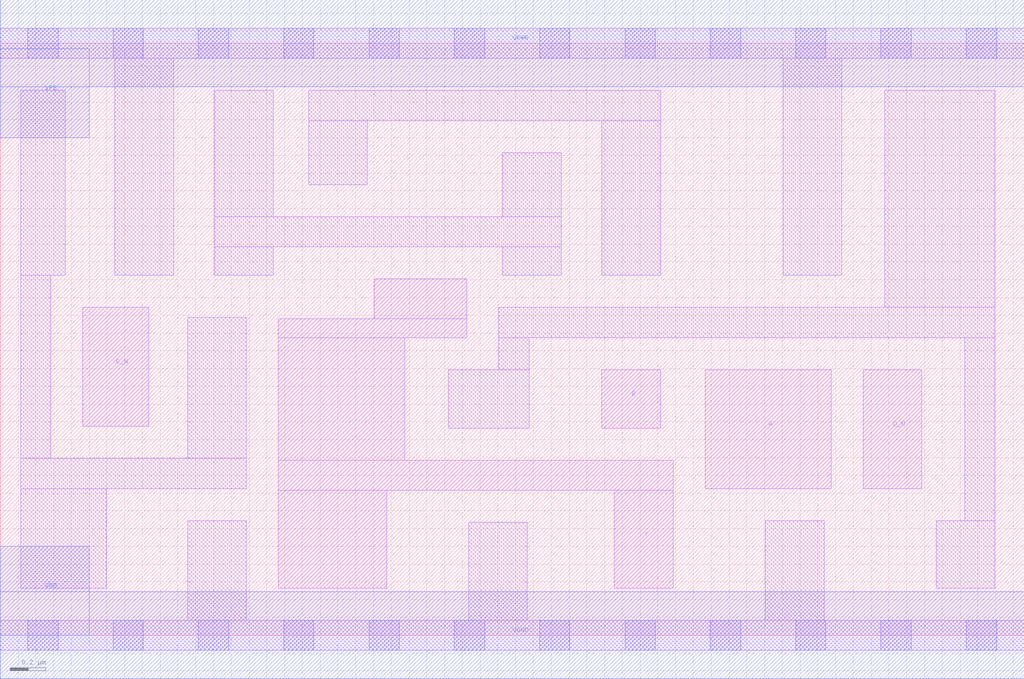
<source format=lef>
# Copyright 2020 The SkyWater PDK Authors
#
# Licensed under the Apache License, Version 2.0 (the "License");
# you may not use this file except in compliance with the License.
# You may obtain a copy of the License at
#
#     https://www.apache.org/licenses/LICENSE-2.0
#
# Unless required by applicable law or agreed to in writing, software
# distributed under the License is distributed on an "AS IS" BASIS,
# WITHOUT WARRANTIES OR CONDITIONS OF ANY KIND, either express or implied.
# See the License for the specific language governing permissions and
# limitations under the License.
#
# SPDX-License-Identifier: Apache-2.0

VERSION 5.5 ;
NAMESCASESENSITIVE ON ;
BUSBITCHARS "[]" ;
DIVIDERCHAR "/" ;
MACRO sky130_fd_sc_lp__nor4bb_lp
  CLASS CORE ;
  SOURCE USER ;
  ORIGIN  0.000000  0.000000 ;
  SIZE  5.760000 BY  3.330000 ;
  SYMMETRY X Y R90 ;
  SITE unit ;
  PIN A
    ANTENNAGATEAREA  0.376000 ;
    DIRECTION INPUT ;
    USE SIGNAL ;
    PORT
      LAYER li1 ;
        RECT 3.965000 0.825000 4.675000 1.495000 ;
    END
  END A
  PIN B
    ANTENNAGATEAREA  0.376000 ;
    DIRECTION INPUT ;
    USE SIGNAL ;
    PORT
      LAYER li1 ;
        RECT 3.385000 1.165000 3.715000 1.495000 ;
    END
  END B
  PIN C_N
    ANTENNAGATEAREA  0.376000 ;
    DIRECTION INPUT ;
    USE SIGNAL ;
    PORT
      LAYER li1 ;
        RECT 0.465000 1.175000 0.835000 1.845000 ;
    END
  END C_N
  PIN D_N
    ANTENNAGATEAREA  0.376000 ;
    DIRECTION INPUT ;
    USE SIGNAL ;
    PORT
      LAYER li1 ;
        RECT 4.855000 0.825000 5.185000 1.495000 ;
    END
  END D_N
  PIN Y
    ANTENNADIFFAREA  0.520200 ;
    DIRECTION OUTPUT ;
    USE SIGNAL ;
    PORT
      LAYER li1 ;
        RECT 1.565000 0.265000 2.175000 0.815000 ;
        RECT 1.565000 0.815000 3.785000 0.985000 ;
        RECT 1.565000 0.985000 2.275000 1.675000 ;
        RECT 1.565000 1.675000 2.625000 1.780000 ;
        RECT 2.105000 1.780000 2.625000 2.005000 ;
        RECT 3.455000 0.265000 3.785000 0.815000 ;
    END
  END Y
  PIN VGND
    DIRECTION INOUT ;
    USE GROUND ;
    PORT
      LAYER met1 ;
        RECT 0.000000 -0.245000 5.760000 0.245000 ;
    END
  END VGND
  PIN VNB
    DIRECTION INOUT ;
    USE GROUND ;
    PORT
      LAYER met1 ;
        RECT 0.000000 0.000000 0.500000 0.500000 ;
    END
  END VNB
  PIN VPB
    DIRECTION INOUT ;
    USE POWER ;
    PORT
      LAYER met1 ;
        RECT 0.000000 2.800000 0.500000 3.300000 ;
    END
  END VPB
  PIN VPWR
    DIRECTION INOUT ;
    USE POWER ;
    PORT
      LAYER met1 ;
        RECT 0.000000 3.085000 5.760000 3.575000 ;
    END
  END VPWR
  OBS
    LAYER li1 ;
      RECT 0.000000 -0.085000 5.760000 0.085000 ;
      RECT 0.000000  3.245000 5.760000 3.415000 ;
      RECT 0.115000  0.265000 0.595000 0.825000 ;
      RECT 0.115000  0.825000 1.385000 0.995000 ;
      RECT 0.115000  0.995000 0.285000 2.025000 ;
      RECT 0.115000  2.025000 0.365000 3.065000 ;
      RECT 0.645000  2.025000 0.975000 3.245000 ;
      RECT 1.055000  0.085000 1.385000 0.645000 ;
      RECT 1.055000  0.995000 1.385000 1.790000 ;
      RECT 1.205000  2.025000 1.535000 2.185000 ;
      RECT 1.205000  2.185000 3.155000 2.355000 ;
      RECT 1.205000  2.355000 1.535000 3.065000 ;
      RECT 1.735000  2.535000 2.065000 2.895000 ;
      RECT 1.735000  2.895000 3.715000 3.065000 ;
      RECT 2.520000  1.165000 2.975000 1.495000 ;
      RECT 2.635000  0.085000 2.965000 0.635000 ;
      RECT 2.805000  1.495000 2.975000 1.675000 ;
      RECT 2.805000  1.675000 5.595000 1.845000 ;
      RECT 2.825000  2.025000 3.155000 2.185000 ;
      RECT 2.825000  2.355000 3.155000 2.715000 ;
      RECT 3.385000  2.025000 3.715000 2.895000 ;
      RECT 4.305000  0.085000 4.635000 0.645000 ;
      RECT 4.405000  2.025000 4.735000 3.245000 ;
      RECT 4.975000  1.845000 5.595000 3.065000 ;
      RECT 5.265000  0.265000 5.595000 0.645000 ;
      RECT 5.425000  0.645000 5.595000 1.675000 ;
    LAYER mcon ;
      RECT 0.155000 -0.085000 0.325000 0.085000 ;
      RECT 0.155000  3.245000 0.325000 3.415000 ;
      RECT 0.635000 -0.085000 0.805000 0.085000 ;
      RECT 0.635000  3.245000 0.805000 3.415000 ;
      RECT 1.115000 -0.085000 1.285000 0.085000 ;
      RECT 1.115000  3.245000 1.285000 3.415000 ;
      RECT 1.595000 -0.085000 1.765000 0.085000 ;
      RECT 1.595000  3.245000 1.765000 3.415000 ;
      RECT 2.075000 -0.085000 2.245000 0.085000 ;
      RECT 2.075000  3.245000 2.245000 3.415000 ;
      RECT 2.555000 -0.085000 2.725000 0.085000 ;
      RECT 2.555000  3.245000 2.725000 3.415000 ;
      RECT 3.035000 -0.085000 3.205000 0.085000 ;
      RECT 3.035000  3.245000 3.205000 3.415000 ;
      RECT 3.515000 -0.085000 3.685000 0.085000 ;
      RECT 3.515000  3.245000 3.685000 3.415000 ;
      RECT 3.995000 -0.085000 4.165000 0.085000 ;
      RECT 3.995000  3.245000 4.165000 3.415000 ;
      RECT 4.475000 -0.085000 4.645000 0.085000 ;
      RECT 4.475000  3.245000 4.645000 3.415000 ;
      RECT 4.955000 -0.085000 5.125000 0.085000 ;
      RECT 4.955000  3.245000 5.125000 3.415000 ;
      RECT 5.435000 -0.085000 5.605000 0.085000 ;
      RECT 5.435000  3.245000 5.605000 3.415000 ;
  END
END sky130_fd_sc_lp__nor4bb_lp
END LIBRARY

</source>
